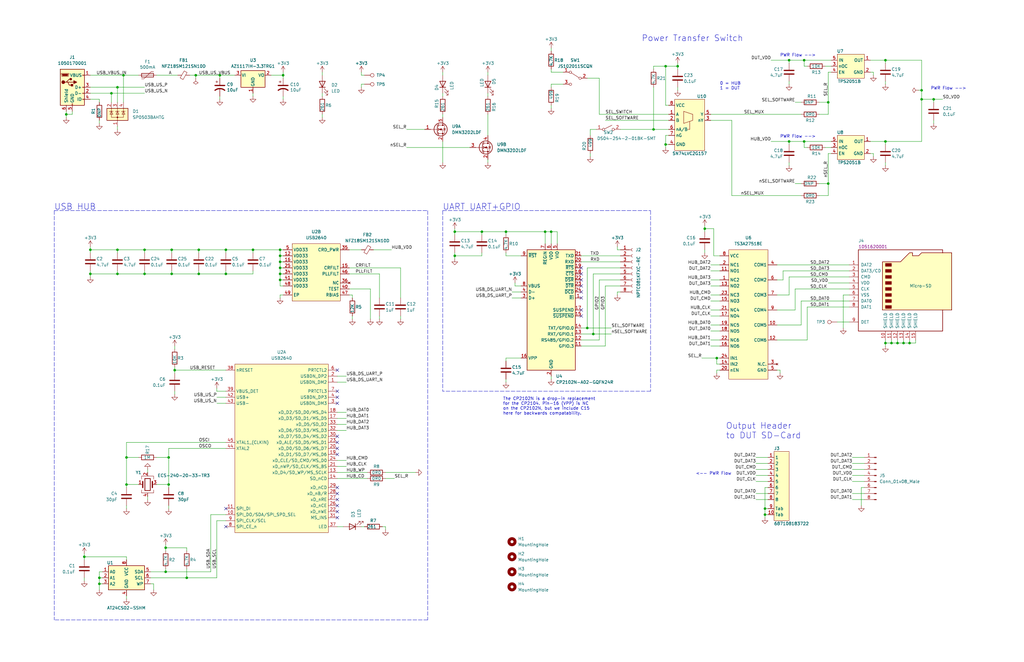
<source format=kicad_sch>
(kicad_sch (version 20211123) (generator eeschema)
  (paper "B")
  (junction (at 52.07 31.75))
  (junction (at 203.2 97.79))
  (junction (at 78.74 243.84))
  (junction (at 92.71 31.75))
  (junction (at 373.38 59.69))
  (junction (at 53.34 193.04))
  (junction (at 297.18 96.52))
  (junction (at 118.11 115.57))
  (junction (at 247.65 138.43))
  (junction (at 302.26 151.13))
  (junction (at 60.96 105.41))
  (junction (at 280.67 60.96))
  (junction (at 72.39 105.41))
  (junction (at 27.94 48.26))
  (junction (at 119.38 31.75))
  (junction (at 72.39 115.57))
  (junction (at 250.19 140.97))
  (junction (at 69.85 241.3))
  (junction (at 280.67 27.94))
  (junction (at 213.36 97.79))
  (junction (at 118.11 113.03))
  (junction (at 106.68 105.41))
  (junction (at 373.38 25.4))
  (junction (at 229.87 97.79))
  (junction (at 83.82 105.41))
  (junction (at 388.62 41.91))
  (junction (at 118.11 110.49))
  (junction (at 381 144.78))
  (junction (at 349.25 43.18))
  (junction (at 275.59 54.61))
  (junction (at 49.53 115.57))
  (junction (at 95.25 105.41))
  (junction (at 373.38 144.78))
  (junction (at 285.75 27.94))
  (junction (at 339.09 25.4))
  (junction (at 332.74 59.69))
  (junction (at 73.66 156.21))
  (junction (at 46.99 39.37))
  (junction (at 41.91 243.84))
  (junction (at 393.7 41.91))
  (junction (at 49.53 36.83))
  (junction (at 378.46 144.78))
  (junction (at 332.74 25.4))
  (junction (at 322.58 214.63))
  (junction (at 339.09 59.69))
  (junction (at 322.58 217.17))
  (junction (at 53.34 204.47))
  (junction (at 41.91 246.38))
  (junction (at 60.96 115.57))
  (junction (at 82.55 31.75))
  (junction (at 38.1 105.41))
  (junction (at 383.54 144.78))
  (junction (at 35.56 234.95))
  (junction (at 191.77 97.79))
  (junction (at 118.11 105.41))
  (junction (at 232.41 97.79))
  (junction (at 69.85 231.14))
  (junction (at 49.53 105.41))
  (junction (at 349.25 77.47))
  (junction (at 71.12 193.04))
  (junction (at 71.12 204.47))
  (junction (at 38.1 115.57))
  (junction (at 95.25 115.57))
  (junction (at 191.77 107.95))
  (junction (at 375.92 144.78))
  (junction (at 83.82 115.57))
  (junction (at 118.11 118.11))
  (junction (at 388.62 38.1))
  (junction (at 118.11 107.95))
  (no_connect (at 245.11 123.19))
  (no_connect (at 245.11 125.73))
  (no_connect (at 245.11 113.03))
  (no_connect (at 245.11 115.57))
  (no_connect (at 245.11 118.11))
  (no_connect (at 245.11 120.65))
  (no_connect (at 142.24 156.21))
  (no_connect (at 142.24 165.1))
  (no_connect (at 142.24 167.64))
  (no_connect (at 142.24 191.77))
  (no_connect (at 142.24 189.23))
  (no_connect (at 142.24 170.18))
  (no_connect (at 142.24 184.15))
  (no_connect (at 142.24 186.69))
  (no_connect (at 245.11 130.81))
  (no_connect (at 245.11 133.35))
  (no_connect (at 95.25 222.25))
  (no_connect (at 95.25 214.63))
  (no_connect (at 142.24 213.36))
  (no_connect (at 142.24 210.82))
  (no_connect (at 142.24 208.28))
  (no_connect (at 142.24 205.74))
  (no_connect (at 142.24 218.44))
  (no_connect (at 142.24 215.9))
  (wire (pts (xy 252.73 118.11) (xy 261.62 118.11)))
  (wire (pts (xy 327.66 111.76) (xy 358.14 111.76)))
  (wire (pts (xy 245.11 107.95) (xy 261.62 107.95)))
  (wire (pts (xy 229.87 97.79) (xy 232.41 97.79)))
  (wire (pts (xy 318.77 210.82) (xy 323.85 210.82)))
  (wire (pts (xy 299.72 124.46) (xy 303.53 124.46)))
  (wire (pts (xy 186.69 30.48) (xy 186.69 31.75)))
  (polyline (pts (xy 22.86 88.9) (xy 180.34 88.9)))
  (polyline (pts (xy 180.34 261.62) (xy 22.86 261.62)))
  (wire (pts (xy 83.82 114.3) (xy 83.82 115.57)))
  (wire (pts (xy 135.89 48.26) (xy 135.89 49.53)))
  (wire (pts (xy 142.24 201.93) (xy 154.94 201.93)))
  (wire (pts (xy 49.53 53.34) (xy 49.53 54.61)))
  (wire (pts (xy 38.1 31.75) (xy 52.07 31.75)))
  (wire (pts (xy 53.34 193.04) (xy 53.34 204.47)))
  (wire (pts (xy 43.18 241.3) (xy 41.91 241.3)))
  (wire (pts (xy 325.12 59.69) (xy 332.74 59.69)))
  (wire (pts (xy 381 144.78) (xy 383.54 144.78)))
  (wire (pts (xy 322.58 217.17) (xy 322.58 218.44)))
  (wire (pts (xy 245.11 138.43) (xy 247.65 138.43)))
  (wire (pts (xy 66.04 31.75) (xy 74.93 31.75)))
  (wire (pts (xy 82.55 31.75) (xy 82.55 33.02)))
  (wire (pts (xy 60.96 105.41) (xy 72.39 105.41)))
  (wire (pts (xy 69.85 240.03) (xy 69.85 241.3)))
  (wire (pts (xy 299.72 146.05) (xy 303.53 146.05)))
  (wire (pts (xy 191.77 97.79) (xy 191.77 99.06)))
  (wire (pts (xy 281.94 57.15) (xy 280.67 57.15)))
  (wire (pts (xy 92.71 31.75) (xy 99.06 31.75)))
  (wire (pts (xy 205.74 30.48) (xy 205.74 31.75)))
  (wire (pts (xy 35.56 234.95) (xy 53.34 234.95)))
  (wire (pts (xy 280.67 60.96) (xy 280.67 62.23)))
  (wire (pts (xy 162.56 201.93) (xy 166.37 201.93)))
  (wire (pts (xy 38.1 105.41) (xy 49.53 105.41)))
  (wire (pts (xy 69.85 241.3) (xy 88.9 241.3)))
  (wire (pts (xy 340.36 62.23) (xy 339.09 62.23)))
  (wire (pts (xy 350.52 30.48) (xy 349.25 30.48)))
  (wire (pts (xy 383.54 143.51) (xy 383.54 144.78)))
  (wire (pts (xy 232.41 97.79) (xy 232.41 102.87)))
  (wire (pts (xy 191.77 106.68) (xy 191.77 107.95)))
  (wire (pts (xy 275.59 27.94) (xy 275.59 29.21)))
  (wire (pts (xy 205.74 67.31) (xy 205.74 68.58)))
  (wire (pts (xy 308.61 82.55) (xy 337.82 82.55)))
  (wire (pts (xy 281.94 44.45) (xy 280.67 44.45)))
  (wire (pts (xy 373.38 34.29) (xy 373.38 35.56)))
  (wire (pts (xy 142.24 196.85) (xy 146.05 196.85)))
  (wire (pts (xy 318.77 203.2) (xy 323.85 203.2)))
  (wire (pts (xy 152.4 222.25) (xy 153.67 222.25)))
  (wire (pts (xy 106.68 105.41) (xy 118.11 105.41)))
  (wire (pts (xy 219.71 107.95) (xy 213.36 107.95)))
  (wire (pts (xy 359.41 193.04) (xy 364.49 193.04)))
  (wire (pts (xy 78.74 243.84) (xy 91.44 243.84)))
  (wire (pts (xy 114.3 31.75) (xy 119.38 31.75)))
  (wire (pts (xy 327.66 156.21) (xy 328.93 156.21)))
  (wire (pts (xy 299.72 111.76) (xy 303.53 111.76)))
  (wire (pts (xy 248.92 54.61) (xy 248.92 57.15)))
  (wire (pts (xy 38.1 114.3) (xy 38.1 115.57)))
  (wire (pts (xy 95.25 217.17) (xy 88.9 217.17)))
  (wire (pts (xy 119.38 31.75) (xy 119.38 33.02)))
  (wire (pts (xy 38.1 104.14) (xy 38.1 105.41)))
  (wire (pts (xy 72.39 114.3) (xy 72.39 115.57)))
  (wire (pts (xy 142.24 179.07) (xy 146.05 179.07)))
  (wire (pts (xy 261.62 54.61) (xy 275.59 54.61)))
  (wire (pts (xy 118.11 107.95) (xy 118.11 105.41)))
  (wire (pts (xy 160.02 115.57) (xy 160.02 125.73)))
  (wire (pts (xy 299.72 139.7) (xy 303.53 139.7)))
  (wire (pts (xy 359.41 195.58) (xy 364.49 195.58)))
  (wire (pts (xy 332.74 34.29) (xy 332.74 35.56)))
  (wire (pts (xy 285.75 26.67) (xy 285.75 27.94)))
  (wire (pts (xy 118.11 124.46) (xy 118.11 125.73)))
  (wire (pts (xy 373.38 143.51) (xy 373.38 144.78)))
  (wire (pts (xy 345.44 77.47) (xy 349.25 77.47)))
  (wire (pts (xy 345.44 82.55) (xy 349.25 82.55)))
  (wire (pts (xy 91.44 167.64) (xy 95.25 167.64)))
  (wire (pts (xy 186.69 59.69) (xy 186.69 68.58)))
  (wire (pts (xy 340.36 27.94) (xy 339.09 27.94)))
  (wire (pts (xy 118.11 118.11) (xy 118.11 115.57)))
  (wire (pts (xy 332.74 25.4) (xy 332.74 26.67)))
  (wire (pts (xy 299.72 48.26) (xy 337.82 48.26)))
  (wire (pts (xy 330.2 118.11) (xy 330.2 114.3)))
  (wire (pts (xy 299.72 133.35) (xy 303.53 133.35)))
  (wire (pts (xy 234.95 97.79) (xy 234.95 102.87)))
  (wire (pts (xy 250.19 115.57) (xy 261.62 115.57)))
  (wire (pts (xy 247.65 138.43) (xy 257.81 138.43)))
  (wire (pts (xy 119.38 120.65) (xy 118.11 120.65)))
  (wire (pts (xy 327.66 143.51) (xy 340.36 143.51)))
  (wire (pts (xy 118.11 113.03) (xy 119.38 113.03)))
  (wire (pts (xy 91.44 170.18) (xy 95.25 170.18)))
  (wire (pts (xy 335.28 43.18) (xy 337.82 43.18)))
  (wire (pts (xy 53.34 186.69) (xy 53.34 193.04)))
  (wire (pts (xy 232.41 97.79) (xy 234.95 97.79)))
  (wire (pts (xy 49.53 105.41) (xy 49.53 106.68)))
  (wire (pts (xy 41.91 246.38) (xy 41.91 248.92)))
  (wire (pts (xy 367.03 64.77) (xy 368.3 64.77)))
  (wire (pts (xy 118.11 118.11) (xy 119.38 118.11)))
  (wire (pts (xy 72.39 105.41) (xy 72.39 106.68)))
  (wire (pts (xy 318.77 195.58) (xy 323.85 195.58)))
  (wire (pts (xy 142.24 173.99) (xy 146.05 173.99)))
  (wire (pts (xy 91.44 219.71) (xy 91.44 243.84)))
  (wire (pts (xy 41.91 41.91) (xy 41.91 43.18)))
  (wire (pts (xy 245.11 110.49) (xy 261.62 110.49)))
  (wire (pts (xy 363.22 205.74) (xy 363.22 213.36)))
  (wire (pts (xy 52.07 31.75) (xy 58.42 31.75)))
  (wire (pts (xy 359.41 200.66) (xy 364.49 200.66)))
  (wire (pts (xy 368.3 30.48) (xy 368.3 31.75)))
  (wire (pts (xy 38.1 115.57) (xy 38.1 116.84)))
  (wire (pts (xy 203.2 107.95) (xy 203.2 106.68)))
  (wire (pts (xy 285.75 36.83) (xy 285.75 38.1)))
  (wire (pts (xy 95.25 115.57) (xy 106.68 115.57)))
  (wire (pts (xy 339.09 59.69) (xy 350.52 59.69)))
  (wire (pts (xy 215.9 125.73) (xy 219.71 125.73)))
  (wire (pts (xy 157.48 105.41) (xy 165.1 105.41)))
  (wire (pts (xy 142.24 199.39) (xy 154.94 199.39)))
  (wire (pts (xy 378.46 143.51) (xy 378.46 144.78)))
  (wire (pts (xy 83.82 105.41) (xy 83.82 106.68)))
  (wire (pts (xy 82.55 31.75) (xy 92.71 31.75)))
  (wire (pts (xy 280.67 60.96) (xy 281.94 60.96)))
  (wire (pts (xy 295.91 151.13) (xy 302.26 151.13)))
  (wire (pts (xy 71.12 193.04) (xy 71.12 189.23)))
  (wire (pts (xy 91.44 165.1) (xy 91.44 163.83)))
  (wire (pts (xy 156.21 121.92) (xy 156.21 134.62)))
  (wire (pts (xy 88.9 217.17) (xy 88.9 241.3)))
  (wire (pts (xy 118.11 107.95) (xy 119.38 107.95)))
  (wire (pts (xy 359.41 208.28) (xy 364.49 208.28)))
  (wire (pts (xy 368.3 64.77) (xy 368.3 66.04)))
  (wire (pts (xy 251.46 54.61) (xy 248.92 54.61)))
  (wire (pts (xy 171.45 54.61) (xy 179.07 54.61)))
  (wire (pts (xy 162.56 199.39) (xy 175.26 199.39)))
  (wire (pts (xy 373.38 59.69) (xy 373.38 60.96)))
  (wire (pts (xy 35.56 233.68) (xy 35.56 234.95)))
  (wire (pts (xy 63.5 241.3) (xy 69.85 241.3)))
  (wire (pts (xy 337.82 127) (xy 358.14 127)))
  (wire (pts (xy 367.03 59.69) (xy 373.38 59.69)))
  (wire (pts (xy 327.66 124.46) (xy 332.74 124.46)))
  (wire (pts (xy 327.66 130.81) (xy 335.28 130.81)))
  (wire (pts (xy 66.04 204.47) (xy 71.12 204.47)))
  (wire (pts (xy 318.77 200.66) (xy 323.85 200.66)))
  (wire (pts (xy 247.65 138.43) (xy 247.65 113.03)))
  (wire (pts (xy 373.38 25.4) (xy 373.38 26.67)))
  (wire (pts (xy 71.12 193.04) (xy 71.12 204.47)))
  (wire (pts (xy 168.91 133.35) (xy 168.91 134.62)))
  (wire (pts (xy 217.17 119.38) (xy 217.17 120.65)))
  (wire (pts (xy 297.18 95.25) (xy 297.18 96.52)))
  (wire (pts (xy 171.45 62.23) (xy 198.12 62.23)))
  (wire (pts (xy 83.82 115.57) (xy 95.25 115.57)))
  (wire (pts (xy 203.2 97.79) (xy 203.2 99.06)))
  (wire (pts (xy 118.11 113.03) (xy 118.11 110.49)))
  (wire (pts (xy 232.41 30.48) (xy 232.41 29.21)))
  (wire (pts (xy 53.34 204.47) (xy 53.34 205.74)))
  (wire (pts (xy 337.82 137.16) (xy 337.82 127)))
  (wire (pts (xy 49.53 114.3) (xy 49.53 115.57)))
  (wire (pts (xy 303.53 153.67) (xy 302.26 153.67)))
  (wire (pts (xy 118.11 115.57) (xy 119.38 115.57)))
  (polyline (pts (xy 186.69 88.9) (xy 274.32 88.9)))
  (wire (pts (xy 71.12 204.47) (xy 71.12 205.74)))
  (wire (pts (xy 299.72 137.16) (xy 303.53 137.16)))
  (wire (pts (xy 250.19 140.97) (xy 257.81 140.97)))
  (wire (pts (xy 106.68 105.41) (xy 106.68 106.68)))
  (wire (pts (xy 229.87 97.79) (xy 229.87 102.87)))
  (wire (pts (xy 71.12 189.23) (xy 95.25 189.23)))
  (wire (pts (xy 323.85 205.74) (xy 322.58 205.74)))
  (wire (pts (xy 92.71 31.75) (xy 92.71 33.02)))
  (wire (pts (xy 367.03 30.48) (xy 368.3 30.48)))
  (wire (pts (xy 73.66 146.05) (xy 73.66 147.32)))
  (wire (pts (xy 359.41 198.12) (xy 364.49 198.12)))
  (wire (pts (xy 62.23 209.55) (xy 62.23 210.82)))
  (wire (pts (xy 142.24 222.25) (xy 144.78 222.25)))
  (wire (pts (xy 255.27 120.65) (xy 261.62 120.65)))
  (wire (pts (xy 205.74 48.26) (xy 205.74 57.15)))
  (wire (pts (xy 38.1 36.83) (xy 49.53 36.83)))
  (wire (pts (xy 245.11 140.97) (xy 250.19 140.97)))
  (wire (pts (xy 46.99 39.37) (xy 60.96 39.37)))
  (wire (pts (xy 95.25 105.41) (xy 106.68 105.41)))
  (wire (pts (xy 349.25 119.38) (xy 358.14 119.38)))
  (wire (pts (xy 340.36 143.51) (xy 340.36 129.54)))
  (wire (pts (xy 66.04 193.04) (xy 71.12 193.04)))
  (wire (pts (xy 73.66 156.21) (xy 95.25 156.21)))
  (wire (pts (xy 38.1 115.57) (xy 49.53 115.57)))
  (wire (pts (xy 339.09 62.23) (xy 339.09 59.69)))
  (wire (pts (xy 252.73 33.02) (xy 247.65 33.02)))
  (wire (pts (xy 49.53 36.83) (xy 60.96 36.83)))
  (wire (pts (xy 191.77 96.52) (xy 191.77 97.79)))
  (wire (pts (xy 250.19 140.97) (xy 250.19 115.57)))
  (wire (pts (xy 328.93 156.21) (xy 328.93 157.48)))
  (wire (pts (xy 285.75 27.94) (xy 285.75 29.21)))
  (wire (pts (xy 95.25 105.41) (xy 95.25 106.68)))
  (wire (pts (xy 49.53 36.83) (xy 49.53 43.18)))
  (wire (pts (xy 53.34 234.95) (xy 53.34 236.22)))
  (wire (pts (xy 106.68 115.57) (xy 106.68 114.3)))
  (wire (pts (xy 322.58 205.74) (xy 322.58 214.63)))
  (wire (pts (xy 62.23 198.12) (xy 62.23 199.39)))
  (wire (pts (xy 63.5 243.84) (xy 78.74 243.84)))
  (wire (pts (xy 381 143.51) (xy 381 144.78)))
  (wire (pts (xy 247.65 113.03) (xy 261.62 113.03)))
  (wire (pts (xy 335.28 77.47) (xy 337.82 77.47)))
  (wire (pts (xy 27.94 48.26) (xy 30.48 48.26)))
  (wire (pts (xy 152.4 30.48) (xy 152.4 31.75)))
  (wire (pts (xy 359.41 210.82) (xy 364.49 210.82)))
  (wire (pts (xy 255.27 146.05) (xy 255.27 120.65)))
  (wire (pts (xy 69.85 229.87) (xy 69.85 231.14)))
  (wire (pts (xy 71.12 213.36) (xy 71.12 214.63)))
  (wire (pts (xy 92.71 40.64) (xy 92.71 41.91)))
  (wire (pts (xy 280.67 57.15) (xy 280.67 60.96)))
  (wire (pts (xy 95.25 165.1) (xy 91.44 165.1)))
  (wire (pts (xy 205.74 39.37) (xy 205.74 40.64)))
  (wire (pts (xy 330.2 114.3) (xy 358.14 114.3)))
  (wire (pts (xy 373.38 144.78) (xy 375.92 144.78)))
  (wire (pts (xy 388.62 38.1) (xy 388.62 41.91)))
  (wire (pts (xy 147.32 105.41) (xy 152.4 105.41)))
  (wire (pts (xy 232.41 35.56) (xy 232.41 36.83)))
  (wire (pts (xy 72.39 105.41) (xy 83.82 105.41)))
  (wire (pts (xy 386.08 144.78) (xy 386.08 143.51)))
  (wire (pts (xy 147.32 115.57) (xy 160.02 115.57)))
  (wire (pts (xy 69.85 231.14) (xy 78.74 231.14)))
  (wire (pts (xy 297.18 105.41) (xy 297.18 106.68)))
  (wire (pts (xy 191.77 107.95) (xy 191.77 109.22)))
  (wire (pts (xy 260.35 105.41) (xy 261.62 105.41)))
  (wire (pts (xy 69.85 231.14) (xy 69.85 232.41)))
  (wire (pts (xy 118.11 115.57) (xy 118.11 113.03)))
  (wire (pts (xy 322.58 214.63) (xy 322.58 217.17)))
  (wire (pts (xy 83.82 105.41) (xy 95.25 105.41)))
  (wire (pts (xy 147.32 124.46) (xy 148.59 124.46)))
  (wire (pts (xy 388.62 41.91) (xy 388.62 59.69)))
  (wire (pts (xy 281.94 48.26) (xy 252.73 48.26)))
  (wire (pts (xy 232.41 158.75) (xy 232.41 160.02)))
  (wire (pts (xy 297.18 96.52) (xy 297.18 97.79)))
  (wire (pts (xy 308.61 50.8) (xy 308.61 82.55)))
  (wire (pts (xy 162.56 222.25) (xy 162.56 223.52)))
  (wire (pts (xy 373.38 25.4) (xy 388.62 25.4)))
  (wire (pts (xy 213.36 160.02) (xy 213.36 161.29)))
  (wire (pts (xy 52.07 31.75) (xy 52.07 43.18)))
  (wire (pts (xy 106.68 39.37) (xy 106.68 40.64)))
  (wire (pts (xy 388.62 59.69) (xy 373.38 59.69)))
  (wire (pts (xy 232.41 20.32) (xy 232.41 21.59)))
  (wire (pts (xy 275.59 36.83) (xy 275.59 54.61)))
  (wire (pts (xy 60.96 105.41) (xy 60.96 106.68)))
  (wire (pts (xy 347.98 62.23) (xy 350.52 62.23)))
  (wire (pts (xy 148.59 133.35) (xy 148.59 134.62)))
  (wire (pts (xy 359.41 203.2) (xy 364.49 203.2)))
  (wire (pts (xy 232.41 44.45) (xy 232.41 45.72)))
  (wire (pts (xy 339.09 25.4) (xy 350.52 25.4)))
  (wire (pts (xy 299.72 143.51) (xy 303.53 143.51)))
  (wire (pts (xy 280.67 27.94) (xy 285.75 27.94)))
  (wire (pts (xy 252.73 143.51) (xy 252.73 118.11)))
  (wire (pts (xy 393.7 50.8) (xy 393.7 52.07)))
  (wire (pts (xy 142.24 194.31) (xy 146.05 194.31)))
  (wire (pts (xy 345.44 48.26) (xy 349.25 48.26)))
  (wire (pts (xy 350.52 64.77) (xy 349.25 64.77)))
  (wire (pts (xy 142.24 176.53) (xy 146.05 176.53)))
  (wire (pts (xy 332.74 25.4) (xy 339.09 25.4)))
  (wire (pts (xy 213.36 97.79) (xy 213.36 99.06)))
  (wire (pts (xy 60.96 114.3) (xy 60.96 115.57)))
  (wire (pts (xy 327.66 118.11) (xy 330.2 118.11)))
  (wire (pts (xy 161.29 222.25) (xy 162.56 222.25)))
  (wire (pts (xy 95.25 186.69) (xy 53.34 186.69)))
  (wire (pts (xy 375.92 144.78) (xy 378.46 144.78)))
  (wire (pts (xy 78.74 240.03) (xy 78.74 243.84)))
  (wire (pts (xy 255.27 50.8) (xy 281.94 50.8)))
  (wire (pts (xy 299.72 127) (xy 303.53 127)))
  (wire (pts (xy 300.99 96.52) (xy 300.99 107.95)))
  (wire (pts (xy 349.25 77.47) (xy 349.25 82.55)))
  (wire (pts (xy 203.2 97.79) (xy 213.36 97.79)))
  (wire (pts (xy 191.77 97.79) (xy 203.2 97.79)))
  (wire (pts (xy 73.66 165.1) (xy 73.66 166.37)))
  (wire (pts (xy 332.74 68.58) (xy 332.74 69.85)))
  (wire (pts (xy 297.18 96.52) (xy 300.99 96.52)))
  (wire (pts (xy 38.1 106.68) (xy 38.1 105.41)))
  (wire (pts (xy 95.25 219.71) (xy 91.44 219.71)))
  (wire (pts (xy 119.38 30.48) (xy 119.38 31.75)))
  (wire (pts (xy 358.14 124.46) (xy 355.6 124.46)))
  (wire (pts (xy 318.77 193.04) (xy 323.85 193.04)))
  (wire (pts (xy 393.7 41.91) (xy 393.7 43.18)))
  (wire (pts (xy 300.99 107.95) (xy 303.53 107.95)))
  (wire (pts (xy 27.94 48.26) (xy 27.94 49.53)))
  (wire (pts (xy 160.02 133.35) (xy 160.02 134.62)))
  (wire (pts (xy 53.34 251.46) (xy 53.34 252.73)))
  (polyline (pts (xy 186.69 88.9) (xy 186.69 165.1)))
  (wire (pts (xy 237.49 35.56) (xy 232.41 35.56)))
  (wire (pts (xy 367.03 25.4) (xy 373.38 25.4)))
  (wire (pts (xy 332.74 59.69) (xy 339.09 59.69)))
  (wire (pts (xy 73.66 154.94) (xy 73.66 156.21)))
  (wire (pts (xy 261.62 123.19) (xy 260.35 123.19)))
  (wire (pts (xy 63.5 246.38) (xy 64.77 246.38)))
  (polyline (pts (xy 274.32 88.9) (xy 274.32 165.1)))
  (wire (pts (xy 213.36 151.13) (xy 213.36 152.4)))
  (wire (pts (xy 383.54 144.78) (xy 386.08 144.78)))
  (wire (pts (xy 335.28 130.81) (xy 335.28 121.92)))
  (wire (pts (xy 345.44 43.18) (xy 349.25 43.18)))
  (wire (pts (xy 168.91 113.03) (xy 168.91 125.73)))
  (wire (pts (xy 53.34 193.04) (xy 58.42 193.04)))
  (wire (pts (xy 38.1 41.91) (xy 41.91 41.91)))
  (wire (pts (xy 237.49 30.48) (xy 232.41 30.48)))
  (wire (pts (xy 152.4 35.56) (xy 152.4 36.83)))
  (wire (pts (xy 41.91 243.84) (xy 43.18 243.84)))
  (wire (pts (xy 60.96 115.57) (xy 72.39 115.57)))
  (wire (pts (xy 80.01 31.75) (xy 82.55 31.75)))
  (wire (pts (xy 142.24 181.61) (xy 146.05 181.61)))
  (wire (pts (xy 213.36 97.79) (xy 229.87 97.79)))
  (wire (pts (xy 46.99 39.37) (xy 46.99 43.18)))
  (wire (pts (xy 73.66 156.21) (xy 73.66 157.48)))
  (wire (pts (xy 252.73 48.26) (xy 252.73 33.02)))
  (wire (pts (xy 303.53 156.21) (xy 302.26 156.21)))
  (wire (pts (xy 378.46 144.78) (xy 381 144.78)))
  (wire (pts (xy 41.91 246.38) (xy 43.18 246.38)))
  (wire (pts (xy 142.24 161.29) (xy 146.05 161.29)))
  (wire (pts (xy 340.36 129.54) (xy 358.14 129.54)))
  (wire (pts (xy 72.39 115.57) (xy 83.82 115.57)))
  (wire (pts (xy 280.67 44.45) (xy 280.67 27.94)))
  (wire (pts (xy 41.91 243.84) (xy 41.91 246.38)))
  (wire (pts (xy 332.74 116.84) (xy 358.14 116.84)))
  (wire (pts (xy 349.25 30.48) (xy 349.25 43.18)))
  (wire (pts (xy 322.58 217.17) (xy 323.85 217.17)))
  (wire (pts (xy 349.25 43.18) (xy 349.25 48.26)))
  (wire (pts (xy 260.35 104.14) (xy 260.35 105.41)))
  (wire (pts (xy 186.69 39.37) (xy 186.69 40.64)))
  (wire (pts (xy 53.34 213.36) (xy 53.34 214.63)))
  (wire (pts (xy 388.62 41.91) (xy 393.7 41.91)))
  (wire (pts (xy 332.74 59.69) (xy 332.74 60.96)))
  (wire (pts (xy 339.09 27.94) (xy 339.09 25.4)))
  (wire (pts (xy 387.35 38.1) (xy 388.62 38.1)))
  (wire (pts (xy 53.34 204.47) (xy 58.42 204.47)))
  (wire (pts (xy 318.77 208.28) (xy 323.85 208.28)))
  (wire (pts (xy 142.24 158.75) (xy 146.05 158.75)))
  (wire (pts (xy 147.32 113.03) (xy 168.91 113.03)))
  (wire (pts (xy 186.69 48.26) (xy 186.69 49.53)))
  (wire (pts (xy 248.92 64.77) (xy 248.92 66.04)))
  (polyline (pts (xy 180.34 88.9) (xy 180.34 261.62)))
  (wire (pts (xy 217.17 120.65) (xy 219.71 120.65)))
  (wire (pts (xy 118.11 110.49) (xy 119.38 110.49)))
  (wire (pts (xy 41.91 50.8) (xy 41.91 52.07)))
  (wire (pts (xy 213.36 107.95) (xy 213.36 106.68)))
  (wire (pts (xy 191.77 107.95) (xy 203.2 107.95)))
  (wire (pts (xy 318.77 198.12) (xy 323.85 198.12)))
  (wire (pts (xy 332.74 124.46) (xy 332.74 116.84)))
  (wire (pts (xy 302.26 151.13) (xy 303.53 151.13)))
  (wire (pts (xy 373.38 144.78) (xy 373.38 146.05)))
  (wire (pts (xy 147.32 121.92) (xy 156.21 121.92)))
  (wire (pts (xy 323.85 214.63) (xy 322.58 214.63)))
  (wire (pts (xy 118.11 105.41) (xy 119.38 105.41)))
  (wire (pts (xy 118.11 120.65) (xy 118.11 118.11)))
  (wire (pts (xy 135.89 30.48) (xy 135.89 31.75)))
  (wire (pts (xy 35.56 243.84) (xy 35.56 245.11)))
  (polyline (pts (xy 22.86 88.9) (xy 22.86 261.62)))
  (wire (pts (xy 299.72 130.81) (xy 303.53 130.81)))
  (wire (pts (xy 219.71 151.13) (xy 213.36 151.13)))
  (wire (pts (xy 119.38 124.46) (xy 118.11 124.46)))
  (wire (pts (xy 135.89 39.37) (xy 135.89 40.64)))
  (wire (pts (xy 353.06 135.89) (xy 358.14 135.89)))
  (wire (pts (xy 299.72 114.3) (xy 303.53 114.3)))
  (wire (pts (xy 275.59 54.61) (xy 281.94 54.61)))
  (wire (pts (xy 280.67 27.94) (xy 275.59 27.94)))
  (wire (pts (xy 349.25 64.77) (xy 349.25 77.47)))
  (wire (pts (xy 245.11 143.51) (xy 252.73 143.51)))
  (wire (pts (xy 119.38 40.64) (xy 119.38 41.91)))
  (wire (pts (xy 49.53 115.57) (xy 60.96 115.57)))
  (wire (pts (xy 260.35 123.19) (xy 260.35 124.46)))
  (wire (pts (xy 355.6 124.46) (xy 355.6 138.43)))
  (wire (pts (xy 335.28 121.92) (xy 358.14 121.92)))
  (wire (pts (xy 27.94 46.99) (xy 27.94 48.26)))
  (wire (pts (xy 325.12 25.4) (xy 332.74 25.4)))
  (wire (pts (xy 153.67 35.56) (xy 152.4 35.56)))
  (wire (pts (xy 49.53 105.41) (xy 60.96 105.41)))
  (wire (pts (xy 373.38 68.58) (xy 373.38 69.85)))
  (wire (pts (xy 30.48 46.99) (xy 30.48 48.26)))
  (wire (pts (xy 95.25 114.3) (xy 95.25 115.57)))
  (wire (pts (xy 35.56 234.95) (xy 35.56 236.22)))
  (wire (pts (xy 299.72 118.11) (xy 303.53 118.11)))
  (wire (pts (xy 364.49 205.74) (xy 363.22 205.74)))
  (wire (pts (xy 299.72 120.65) (xy 303.53 120.65)))
  (polyline (pts (xy 274.32 165.1) (xy 186.69 165.1)))
  (wire (pts (xy 347.98 27.94) (xy 350.52 27.94)))
  (wire (pts (xy 388.62 25.4) (xy 388.62 38.1)))
  (wire (pts (xy 302.26 153.67) (xy 302.26 151.13)))
  (wire (pts (xy 148.59 124.46) (xy 148.59 125.73)))
  (wire (pts (xy 38.1 39.37) (xy 46.99 39.37)))
  (wire (pts (xy 78.74 231.14) (xy 78.74 232.41)))
  (wire (pts (xy 215.9 123.19) (xy 219.71 123.19)))
  (wire (pts (xy 152.4 31.75) (xy 153.67 31.75)))
  (wire (pts (xy 41.91 241.3) (xy 41.91 243.84)))
  (wire (pts (xy 245.11 146.05) (xy 255.27 146.05)))
  (wire (pts (xy 327.66 137.16) (xy 337.82 137.16)))
  (wire (pts (xy 302.26 156.21) (xy 302.26 157.48)))
  (wire (pts (xy 118.11 110.49) (xy 118.11 107.95)))
  (wire (pts (xy 375.92 143.51) (xy 375.92 144.78)))
  (wire (pts (xy 393.7 41.91) (xy 397.51 41.91)))
  (wire (pts (xy 64.77 246.38) (xy 64.77 248.92)))
  (wire (pts (xy 299.72 50.8) (xy 308.61 50.8)))
  (text "The CP2102N is a drop-in replacement\nfor the CP2104. Pin-16 (VPP) is NC\non the CP2102N, but we include C15\nhere for backwards compatability." (at 212.09 175.26 0) (effects (font (size 1.27 1.27)) (justify left bottom)))
  (text "Power Transfer Switch" (at 270.51 17.78 0) (effects (font (size 2.54 2.54)) (justify left bottom)))
  (text "0 = HUB\n1 = DUT" (at 303.53 38.1 0) (effects (font (size 1.27 1.27)) (justify left bottom)))
  (text "<-- PWR Flow" (at 293.37 200.66 0) (effects (font (size 1.27 1.27)) (justify left bottom)))
  (text "PWR Flow -->" (at 328.93 58.42 0) (effects (font (size 1.27 1.27)) (justify left bottom)))
  (text "Output Header \nto DUT SD-Card" (at 306.07 185.42 0) (effects (font (size 2.54 2.54)) (justify left bottom)))
  (text "PWR Flow -->" (at 328.93 24.13 0) (effects (font (size 1.27 1.27)) (justify left bottom)))
  (text "USB HUB" (at 22.86 88.9 0) (effects (font (size 2.54 2.54)) (justify left bottom)))
  (text "UART UART+GPIO" (at 186.69 88.9 0) (effects (font (size 2.54 2.54)) (justify left bottom)))
  (text "PWR Flow -->" (at 392.43 38.1 0) (effects (font (size 1.27 1.27)) (justify left bottom)))
  (label "HUB_DAT0" (at 299.72 137.16 180))
  (label "USB_RESET" (at 80.01 156.21 0))
  (label "DUT_DAT3" (at 299.72 120.65 180))
  (label "DUT_CMD" (at 359.41 198.12 180))
  (label "DUT_DAT2" (at 318.77 193.04 180))
  (label "PLLFILT" (at 149.86 115.57 0))
  (label "SEL_R" (at 171.45 54.61 180))
  (label "USB_US_N" (at 60.96 39.37 0))
  (label "DUT_DAT3" (at 318.77 195.58 180))
  (label "HUB_VDD" (at 325.12 59.69 180))
  (label "USB_DS_UART_N" (at 146.05 161.29 0))
  (label "USB_VBUS_IN" (at 40.64 31.75 0))
  (label "SEL_SWITCH" (at 255.27 48.26 0))
  (label "DUT_DAT0" (at 318.77 208.28 180))
  (label "SEL_R" (at 295.91 151.13 180))
  (label "DUT_CLK" (at 318.77 203.2 180))
  (label "nSEL_R" (at 349.25 74.93 90))
  (label "USB_DS_UART_N" (at 215.9 123.19 180))
  (label "SD_DAT1" (at 341.63 129.54 0))
  (label "DUT_CMD" (at 299.72 127 180))
  (label "SD_DAT2" (at 341.63 111.76 0))
  (label "HUB_CMD" (at 146.05 194.31 0))
  (label "SEL_R" (at 166.37 201.93 0))
  (label "USB_US_P" (at 60.96 36.83 0))
  (label "CRFILT" (at 149.86 113.03 0))
  (label "DUT_DAT3" (at 359.41 195.58 180))
  (label "HUB_DAT3" (at 146.05 181.61 0))
  (label "USB_DS_UART_P" (at 146.05 158.75 0))
  (label "SD_CMD" (at 341.63 116.84 0))
  (label "USB_US_VBUS" (at 83.82 31.75 0))
  (label "DUT_DAT1" (at 318.77 210.82 180))
  (label "USB_US_N" (at 91.44 170.18 180))
  (label "DUT_CMD" (at 318.77 198.12 180))
  (label "A" (at 71.12 31.75 0))
  (label "DUT_DAT0" (at 359.41 208.28 180))
  (label "nSEL_MUX" (at 312.42 82.55 0))
  (label "DUT_VDD" (at 325.12 25.4 180))
  (label "HUB_CMD" (at 299.72 124.46 180))
  (label "SD_DAT0" (at 341.63 127 0))
  (label "HUB_DAT1" (at 146.05 176.53 0))
  (label "SD_VDD" (at 349.25 119.38 180))
  (label "SD_CLK" (at 341.63 121.92 0))
  (label "SEL_MUX" (at 313.69 48.26 0))
  (label "DUT_DAT0" (at 299.72 139.7 180))
  (label "GPIO2" (at 252.73 130.81 90))
  (label "SD_DAT3" (at 341.63 114.3 0))
  (label "SEL_SOFTWARE" (at 255.27 50.8 0))
  (label "OSCO" (at 83.82 189.23 0))
  (label "USB_US_P" (at 91.44 167.64 180))
  (label "SEL_SOFTWARE" (at 335.28 43.18 180))
  (label "DUT_CLK" (at 299.72 133.35 180))
  (label "DUT_DAT2" (at 359.41 193.04 180))
  (label "SD_VDD" (at 397.51 41.91 0))
  (label "TXD" (at 248.92 107.95 0))
  (label "HUB_DAT1" (at 299.72 143.51 180))
  (label "HUB_DAT3" (at 299.72 118.11 180))
  (label "HUB_WP" (at 146.05 199.39 0))
  (label "DUT_VDD" (at 318.77 200.66 180))
  (label "HUB_DAT2" (at 146.05 179.07 0))
  (label "DUT_DAT1" (at 299.72 146.05 180))
  (label "DUT_VDD" (at 359.41 200.66 180))
  (label "RXD" (at 248.92 110.49 0))
  (label "HUB_VDD" (at 165.1 105.41 0))
  (label "DUT_DAT2" (at 299.72 114.3 180))
  (label "DUT_DAT1" (at 359.41 210.82 180))
  (label "GPIO3" (at 255.27 130.81 90))
  (label "SEL_R" (at 349.25 40.64 90))
  (label "HUB_CD" (at 146.05 201.93 0))
  (label "DUT_CLK" (at 359.41 203.2 180))
  (label "HUB_CLK" (at 299.72 130.81 180))
  (label "USB_DS_UART_P" (at 215.9 125.73 180))
  (label "USB_SCL" (at 91.44 240.03 90))
  (label "HUB_DAT0" (at 146.05 173.99 0))
  (label "nSEL_SOFTWARE" (at 335.28 77.47 180))
  (label "HUB_CLK" (at 146.05 196.85 0))
  (label "nSEL_SOFTWARE" (at 257.81 140.97 0))
  (label "SEL_SOFTWARE" (at 257.81 138.43 0))
  (label "nSEL_R" (at 171.45 62.23 180))
  (label "USB_SDA" (at 88.9 240.03 90))
  (label "OSCI" (at 83.82 186.69 0))
  (label "HUB_DAT2" (at 299.72 111.76 180))
  (symbol (lib_id "power:GND") (at 232.41 45.72 0) (unit 1)
    (property "Reference" "#PWR041" (effects hide))
    (property "Value" "GND" (effects hide))
  )
  (symbol (lib_id "power:GND") (at 328.93 157.48 0) (unit 1)
    (property "Reference" "#PWR048" (effects hide))
    (property "Value" "GND" (effects hide))
  )
  (symbol (lib_id "Device:R") (at 232.41 25.4 0) (unit 1)
    (property "Reference" "R18" (at 233.68 25.4 0) (effects (justify left)))
    (property "Value" "4.7K" (at 232.41 27.94 90) (effects (justify left)))
    (property "Footprint" "Resistor_SMD:R_0603_1608Metric" (effects hide))
  )
  (symbol (lib_id "power:GND") (at 232.41 160.02 0) (unit 1)
    (property "Reference" "#PWR036" (effects hide))
    (property "Value" "GND" (effects hide))
  )
  (symbol (lib_id "Mechanical:MountingHole") (at 215.9 241.3 0) (unit 1)
    (property "Reference" "H3" (at 218.44 240.0299 0) (effects (justify left)))
    (property "Value" "MountingHole" (at 218.44 242.5699 0) (effects (justify left)))
    (property "Footprint" "MountingHole:MountingHole_3.2mm_M3" (effects hide))
  )
  (symbol (lib_id "Device:C") (at 60.96 110.49 0) (mirror y) (unit 1)
    (property "Reference" "C24" (at 63.5 109.22 0) (effects (justify right)))
    (property "Value" "0.1uF" (at 63.5 111.76 0) (effects (justify right)))
    (property "Footprint" "Capacitor_SMD:C_0603_1608Metric" (effects hide))
  )
  (symbol (lib_id "power:GND") (at 248.92 66.04 0) (unit 1)
    (property "Reference" "#PWR042" (effects hide))
    (property "Value" "GND" (effects hide))
  )
  (symbol (lib_id "Device:C") (at 72.39 110.49 0) (mirror y) (unit 1)
    (property "Reference" "C25" (at 74.93 109.22 0) (effects (justify right)))
    (property "Value" "0.1uF" (at 74.93 111.76 0) (effects (justify right)))
    (property "Footprint" "Capacitor_SMD:C_0603_1608Metric" (effects hide))
  )
  (symbol (lib_id "Device:C") (at 213.36 156.21 0) (mirror y) (unit 1)
    (property "Reference" "C15" (at 215.9 154.94 0) (effects (justify right)))
    (property "Value" "4.7uF" (at 215.9 157.48 0) (effects (justify right)))
    (property "Footprint" "Capacitor_SMD:C_0603_1608Metric" (effects hide))
  )
  (symbol (lib_id "Device:LED") (at 205.74 35.56 90) (unit 1)
    (property "Reference" "D5" (at 208.28 33.02 0) (effects (justify right)))
    (property "Value" "LED" (at 203.2 33.02 0) (effects (justify right)))
    (property "Footprint" "sd-card-mux:LED_1206_3216Metric_Castellated" (effects hide))
  )
  (symbol (lib_id "Switch:SW_SPST") (at 256.54 54.61 0) (unit 1)
    (property "Reference" "SW2" (at 256.54 55.88 0))
    (property "Value" "DS04-254-2-01BK-SMT" (at 264.16 58.42 0))
    (property "Footprint" "sd-card-mux:CUI_DEVICES_DS04-254-2-01BK-SMT" (effects hide))
    (property "Datasheet" "https://www.cuidevices.com/product/resource/ds04-254-smt.pdf" (effects hide))
    (property "PartNumber" "DS04-254-2-01BK-SMT" (effects hide))
    (property "Manufacturer" "CUI Devices" (effects hide))
    (property "Supplier" "Digi-Key" (effects hide))
    (property "SupplierPartNumber" "2223-DS04-254-2-01BK-SMT-ND" (effects hide))
  )
  (symbol (lib_id "power:GND") (at 71.12 214.63 0) (unit 1)
    (property "Reference" "#PWR017" (effects hide))
    (property "Value" "GND" (effects hide))
  )
  (symbol (lib_id "sd-card-mux:USB2640") (at 99.06 153.67 0) (unit 1)
    (property "Reference" "U2" (at 118.745 148.59 0))
    (property "Value" "USB2640" (at 118.745 151.13 0))
    (property "Footprint" "sd-card-mux:VQFN-48" (effects hide))
    (property "Datasheet" "https://ww1.microchip.com/downloads/en/DeviceDoc/USB2640-USB2641-Data-Sheet-DS00001947C.pdf" (effects hide))
    (property "PartNumber" "USB2640-HZH-02" (effects hide))
    (property "Manufacturer" "Microchip Technology" (effects hide))
    (property "Supplier" "Digi-Key" (effects hide))
    (property "SupplierPartNumber" "USB2640-HZH-02-ND" (effects hide))
  )
  (symbol (lib_id "power:GND") (at 205.74 68.58 0) (unit 1)
    (property "Reference" "#PWR064" (effects hide))
    (property "Value" "GND" (effects hide))
  )
  (symbol (lib_id "Device:R") (at 341.63 43.18 90) (mirror x) (unit 1)
    (property "Reference" "R11" (at 340.36 40.64 90) (effects (justify right)))
    (property "Value" "DNP" (at 339.09 43.18 90) (effects (justify right)))
    (property "Footprint" "Resistor_SMD:R_0603_1608Metric" (effects hide))
  )
  (symbol (lib_id "power:GND") (at 41.91 52.07 0) (unit 1)
    (property "Reference" "#PWR04" (effects hide))
    (property "Value" "GND" (effects hide))
  )
  (symbol (lib_id "power:GND") (at 191.77 109.22 0) (unit 1)
    (property "Reference" "#PWR033" (effects hide))
    (property "Value" "GND" (effects hide))
  )
  (symbol (lib_id "Device:R") (at 69.85 236.22 0) (unit 1)
    (property "Reference" "R2" (at 71.12 236.22 0) (effects (justify left)))
    (property "Value" "4.7K" (at 69.85 238.76 90) (effects (justify left)))
    (property "Footprint" "Resistor_SMD:R_0603_1608Metric" (effects hide))
  )
  (symbol (lib_id "Mechanical:MountingHole") (at 215.9 228.6 0) (unit 1)
    (property "Reference" "H1" (at 218.44 227.3299 0) (effects (justify left)))
    (property "Value" "MountingHole" (at 218.44 229.8699 0) (effects (justify left)))
    (property "Footprint" "MountingHole:MountingHole_3.2mm_M3" (effects hide))
  )
  (symbol (lib_id "Device:R") (at 341.63 82.55 90) (unit 1)
    (property "Reference" "R23" (at 341.63 85.09 90))
    (property "Value" "0R0" (at 341.63 82.55 90))
    (property "Footprint" "Resistor_SMD:R_0603_1608Metric" (effects hide))
  )
  (symbol (lib_id "power:GND") (at 106.68 40.64 0) (unit 1)
    (property "Reference" "#PWR021" (effects hide))
    (property "Value" "GND" (effects hide))
  )
  (symbol (lib_id "power:GND") (at 363.22 213.36 0) (unit 1)
    (property "Reference" "#PWR038" (effects hide))
    (property "Value" "GND" (effects hide))
  )
  (symbol (lib_id "power:+3V3") (at 119.38 30.48 0) (unit 1)
    (property "Reference" "#PWR022" (effects hide))
    (property "Value" "+3V3" (at 119.38 26.67 0))
  )
  (symbol (lib_id "power:GND") (at 156.21 134.62 0) (unit 1)
    (property "Reference" "#PWR025" (effects hide))
    (property "Value" "GND" (effects hide))
  )
  (symbol (lib_id "Memory_EEPROM:AT24CS02-SSHM") (at 53.34 243.84 0) (unit 1)
    (property "Reference" "U1" (at 45.085 237.49 0) (effects (justify left)))
    (property "Value" "AT24CS02-SSHM" (at 45.085 256.54 0) (effects (justify left)))
    (property "Footprint" "Package_SO:SOIC-8_3.9x4.9mm_P1.27mm" (effects hide))
    (property "Datasheet" "https://www.mouser.com/datasheet/2/268/Atmel-8815-SEEPROM-AT24CS01-02-Datasheet-1368744.pdf" (effects hide))
    (property "PartNumber" "AT24CS02-SSHM-B" (effects hide))
    (property "Manufacturer" "Microchip Technology / Atmel" (effects hide))
    (property "Supplier" "Mouser" (effects hide))
    (property "SupplierPartNumber" " 556-AT24CS02-SSHM-B" (effects hide))
  )
  (symbol (lib_id "power:+3V3") (at 217.17 119.38 0) (unit 1)
    (property "Reference" "#PWR035" (effects hide))
    (property "Value" "+3V3" (at 217.17 115.57 0))
  )
  (symbol (lib_id "Device:C") (at 106.68 110.49 0) (mirror y) (unit 1)
    (property "Reference" "C7" (at 109.22 109.22 0) (effects (justify right)))
    (property "Value" "0.1uF" (at 109.22 111.76 0) (effects (justify right)))
    (property "Footprint" "Capacitor_SMD:C_0603_1608Metric" (effects hide))
  )
  (symbol (lib_id "power:+3V3") (at 152.4 30.48 0) (unit 1)
    (property "Reference" "#PWR059" (effects hide))
    (property "Value" "+3V3" (at 152.4 26.67 0))
  )
  (symbol (lib_id "power:GND") (at 332.74 35.56 0) (unit 1)
    (property "Reference" "#PWR049" (effects hide))
    (property "Value" "GND" (effects hide))
  )
  (symbol (lib_id "sd-card-mux:USB2640") (at 123.19 102.87 0) (unit 2)
    (property "Reference" "U2" (at 133.35 97.79 0))
    (property "Value" "USB2640" (at 133.35 100.33 0))
    (property "Footprint" "sd-card-mux:VQFN-48" (effects hide))
    (property "Datasheet" "https://ww1.microchip.com/downloads/en/DeviceDoc/USB2640-USB2641-Data-Sheet-DS00001947C.pdf" (effects hide))
    (property "PartNumber" "USB2640-HZH-02" (effects hide))
    (property "Manufacturer" "Microchip Technology" (effects hide))
    (property "Supplier" "Digi-Key" (effects hide))
    (property "SupplierPartNumber" "USB2640-HZH-02-ND" (effects hide))
  )
  (symbol (lib_id "power:GND") (at 27.94 49.53 0) (unit 1)
    (property "Reference" "#PWR01" (effects hide))
    (property "Value" "GND" (effects hide))
  )
  (symbol (lib_id "Device:R") (at 344.17 62.23 270) (mirror x) (unit 1)
    (property "Reference" "R14" (at 344.17 64.77 90))
    (property "Value" "10K" (at 344.17 62.23 90))
    (property "Footprint" "Resistor_SMD:R_0603_1608Metric" (effects hide))
  )
  (symbol (lib_id "power:GND") (at 119.38 41.91 0) (unit 1)
    (property "Reference" "#PWR023" (effects hide))
    (property "Value" "GND" (effects hide))
  )
  (symbol (lib_id "Device:C") (at 332.74 30.48 0) (unit 1)
    (property "Reference" "C17" (at 330.2 29.21 0) (effects (justify right)))
    (property "Value" "4.7uF" (at 330.2 31.75 0) (effects (justify right)))
    (property "Footprint" "Capacitor_SMD:C_0603_1608Metric" (effects hide))
  )
  (symbol (lib_id "Device:R") (at 158.75 199.39 90) (unit 1)
    (property "Reference" "R8" (at 158.75 196.85 90))
    (property "Value" "0R0" (at 158.75 199.39 90))
    (property "Footprint" "Resistor_SMD:R_0603_1608Metric" (effects hide))
  )
  (symbol (lib_id "Connector:TestPoint") (at 153.67 35.56 270) (unit 1)
    (property "Reference" "TP5" (at 158.75 35.56 90) (effects (justify left)))
    (property "Value" "TestPoint" (effects hide))
    (property "Footprint" "sd-card-mux:test_point_RCSCTE" (effects hide))
    (property "Datasheet" "https://www.koaspeer.com/pdfs/RC.pdf" (effects hide))
    (property "PartNumber" "RCSCTE" (effects hide))
    (property "Manufacturer" "KOA Speer Electronics, Inc." (effects hide))
    (property "Supplier" "Digi-Key" (effects hide))
    (property "SupplierPartNumber" "2019-RCSCTECT-ND" (effects hide))
  )
  (symbol (lib_id "sd-card-mux:DMN32D2LDF") (at 185.42 54.61 0) (unit 1)
    (property "Reference" "U9" (at 190.5 53.3399 0) (effects (justify left)))
    (property "Value" "DMN32D2LDF" (at 190.5 55.8799 0) (effects (justify left)))
    (property "Footprint" "Package_TO_SOT_SMD:SOT-353_SC-70-5" (effects hide))
    (property "Datasheet" "https://www.diodes.com/assets/Datasheets/ds31238.pdf" (effects hide))
    (property "PartNumber" "DMN32D2LDF-7" (effects hide))
    (property "Manufacturer" "Diodes Incorporated" (effects hide))
    (property "Supplier" "Digi-Key" (effects hide))
    (property "SupplierPartNumber" "DMN32D2LDF-7DICT-ND" (effects hide))
  )
  (symbol (lib_id "sd-card-mux:687108183722") (at 326.39 190.5 0) (unit 1)
    (property "Reference" "J3" (at 326.39 189.23 0) (effects (justify left)))
    (property "Value" "687108183722" (at 326.39 220.98 0) (effects (justify left)))
    (property "Footprint" "sd-card-mux:Wurth_FPC_687108183722" (effects hide))
    (property "Datasheet" "https://www.we-online.com/katalog/datasheet/687108183722.pdf" (effects hide))
    (property "PartNumber" "687108183722" (effects hide))
    (property "Manufacturer" "Wurth Elektronik" (effects hide))
    (property "Supplier" "Digi-Key" (effects hide))
    (property "SupplierPartNumber" "732-11346-1-ND" (effects hide))
  )
  (symbol (lib_id "Device:R") (at 158.75 201.93 90) (unit 1)
    (property "Reference" "R9" (at 158.75 204.47 90))
    (property "Value" "0R0" (at 158.75 201.93 90))
    (property "Footprint" "Resistor_SMD:R_0603_1608Metric" (effects hide))
  )
  (symbol (lib_id "power:GND") (at 373.38 35.56 0) (mirror y) (unit 1)
    (property "Reference" "#PWR055" (effects hide))
    (property "Value" "GND" (effects hide))
  )
  (symbol (lib_id "Device:C") (at 203.2 102.87 0) (mirror y) (unit 1)
    (property "Reference" "C14" (at 205.74 101.6 0) (effects (justify right)))
    (property "Value" "0.1uF" (at 205.74 104.14 0) (effects (justify right)))
    (property "Footprint" "Capacitor_SMD:C_0603_1608Metric" (effects hide))
  )
  (symbol (lib_id "power:GND") (at 297.18 106.68 0) (unit 1)
    (property "Reference" "#PWR044" (effects hide))
    (property "Value" "GND" (effects hide))
  )
  (symbol (lib_id "Device:R") (at 205.74 44.45 180) (unit 1)
    (property "Reference" "R16" (at 208.28 43.18 90) (effects (justify left)))
    (property "Value" "261" (at 205.74 43.18 90) (effects (justify left)))
    (property "Footprint" "Resistor_SMD:R_0603_1608Metric" (effects hide))
  )
  (symbol (lib_id "power:GND") (at 49.53 54.61 0) (unit 1)
    (property "Reference" "#PWR08" (effects hide))
    (property "Value" "GND" (effects hide))
  )
  (symbol (lib_id "power:GND") (at 73.66 166.37 0) (unit 1)
    (property "Reference" "#PWR014" (effects hide))
    (property "Value" "GND" (effects hide))
  )
  (symbol (lib_id "Device:C_Polarized_US") (at 92.71 36.83 0) (unit 1)
    (property "Reference" "C9" (at 95.631 35.6616 0) (effects (justify left)))
    (property "Value" "10uF" (at 95.631 37.973 0) (effects (justify left)))
    (property "Footprint" "sd-card-mux:CP_EIA-3216-18_Kemet-A" (effects hide))
    (property "PartNumber" "TAJA106K016SNJ" (effects hide))
    (property "Manufacturer" "KYOCERA AVX" (effects hide))
    (property "Supplier" "Digi-Key" (effects hide))
    (property "SupplierPartNumber" "478-8875-1-ND" (effects hide))
  )
  (symbol (lib_id "power:GND") (at 118.11 125.73 0) (unit 1)
    (property "Reference" "#PWR020" (effects hide))
    (property "Value" "GND" (effects hide))
  )
  (symbol (lib_id "power:GND") (at 62.23 210.82 0) (unit 1)
    (property "Reference" "#PWR016" (effects hide))
    (property "Value" "GND" (effects hide))
  )
  (symbol (lib_id "power:GND") (at 280.67 62.23 0) (unit 1)
    (property "Reference" "#PWR039" (effects hide))
    (property "Value" "GND" (effects hide))
  )
  (symbol (lib_id "power:GND") (at 152.4 36.83 0) (unit 1)
    (property "Reference" "#PWR060" (effects hide))
    (property "Value" "GND" (effects hide))
  )
  (symbol (lib_id "power:GND") (at 162.56 223.52 0) (unit 1)
    (property "Reference" "#PWR030" (effects hide))
    (property "Value" "GND" (effects hide))
  )
  (symbol (lib_id "power:+3V3") (at 91.44 163.83 0) (unit 1)
    (property "Reference" "#PWR018" (effects hide))
    (property "Value" "+3V3" (at 91.44 160.02 0))
  )
  (symbol (lib_id "power:GND") (at 355.6 138.43 0) (unit 1)
    (property "Reference" "#PWR051" (effects hide))
    (property "Value" "GND" (effects hide))
  )
  (symbol (lib_id "power:GND") (at 53.34 214.63 0) (unit 1)
    (property "Reference" "#PWR011" (effects hide))
    (property "Value" "GND" (effects hide))
  )
  (symbol (lib_id "Connector:Conn_01x08_Female") (at 266.7 113.03 0) (unit 1)
    (property "Reference" "J2" (at 267.97 105.41 0) (effects (justify left)))
    (property "Value" "NPTC081KFXC-RC" (at 269.24 125.73 90) (effects (justify left)))
    (property "Footprint" "Connector_PinSocket_2.54mm:PinSocket_1x08_P2.54mm_Vertical_SMD_Pin1Right" (effects hide))
    (property "Datasheet" "https://media.digikey.com/pdf/Data%20Sheets/Sullins%20PDFs/NPxCxx1KFXx-RC%2010487-D.pdf" (effects hide))
    (property "PartNumber" "NPTC081KFXC-RC" (effects hide))
    (property "Manufacturer" "Sullins Connector Solutions" (effects hide))
    (property "Supplier" "Digi-Key" (effects hide))
    (property "SupplierPartNumber" "S5600-ND" (effects hide))
  )
  (symbol (lib_id "power:GND") (at 160.02 134.62 0) (unit 1)
    (property "Reference" "#PWR028" (effects hide))
    (property "Value" "GND" (effects hide))
  )
  (symbol (lib_id "power:GND") (at 41.91 248.92 0) (unit 1)
    (property "Reference" "#PWR05" (effects hide))
    (property "Value" "GND" (effects hide))
  )
  (symbol (lib_id "power:+3V3") (at 35.56 233.68 0) (unit 1)
    (property "Reference" "#PWR02" (effects hide))
    (property "Value" "+3V3" (at 35.56 229.87 0))
  )
  (symbol (lib_id "Device:C") (at 168.91 129.54 0) (mirror y) (unit 1)
    (property "Reference" "C12" (at 171.45 128.27 0) (effects (justify right)))
    (property "Value" "1uF" (at 171.45 130.81 0) (effects (justify right)))
    (property "Footprint" "Capacitor_SMD:C_0603_1608Metric" (effects hide))
  )
  (symbol (lib_id "Device:R") (at 213.36 102.87 0) (unit 1)
    (property "Reference" "R10" (at 214.63 102.87 0) (effects (justify left)))
    (property "Value" "4.7K" (at 213.36 105.41 90) (effects (justify left)))
    (property "Footprint" "Resistor_SMD:R_0603_1608Metric" (effects hide))
  )
  (symbol (lib_id "Device:R") (at 157.48 222.25 90) (unit 1)
    (property "Reference" "R7" (at 158.75 219.71 90) (effects (justify left)))
    (property "Value" "261" (at 158.75 222.25 90) (effects (justify left)))
    (property "Footprint" "Resistor_SMD:R_0603_1608Metric" (effects hide))
  )
  (symbol (lib_id "power:GND") (at 368.3 66.04 0) (unit 1)
    (property "Reference" "#PWR053" (effects hide))
    (property "Value" "GND" (effects hide))
  )
  (symbol (lib_id "power:GND") (at 260.35 124.46 0) (unit 1)
    (property "Reference" "#PWR0101" (effects hide))
    (property "Value" "GND" (effects hide))
  )
  (symbol (lib_id "Device:C_Polarized_US") (at 119.38 36.83 0) (unit 1)
    (property "Reference" "C10" (at 122.301 35.6616 0) (effects (justify left)))
    (property "Value" "10uF" (at 122.301 37.973 0) (effects (justify left)))
    (property "Footprint" "sd-card-mux:CP_EIA-3216-18_Kemet-A" (effects hide))
    (property "PartNumber" "TAJA106K016SNJ" (effects hide))
    (property "Manufacturer" "KYOCERA AVX" (effects hide))
    (property "Supplier" "Digi-Key" (effects hide))
    (property "SupplierPartNumber" "478-8875-1-ND" (effects hide))
  )
  (symbol (lib_id "Device:C") (at 53.34 209.55 0) (mirror x) (unit 1)
    (property "Reference" "C4" (at 49.53 208.2799 0) (effects (justify right)))
    (property "Value" "30pF" (at 49.53 210.8199 0) (effects (justify right)))
    (property "Footprint" "Capacitor_SMD:C_0603_1608Metric" (effects hide))
  )
  (symbol (lib_id "power:GND") (at 64.77 248.92 0) (unit 1)
    (property "Reference" "#PWR010" (effects hide))
    (property "Value" "GND" (effects hide))
  )
  (symbol (lib_id "Device:C") (at 73.66 161.29 0) (mirror x) (unit 1)
    (property "Reference" "C6" (at 69.85 160.0199 0) (effects (justify right)))
    (property "Value" "0.1uF" (at 69.85 162.5599 0) (effects (justify right)))
    (property "Footprint" "Capacitor_SMD:C_0603_1608Metric" (effects hide))
  )
  (symbol (lib_id "Device:LED") (at 135.89 35.56 90) (unit 1)
    (property "Reference" "D2" (at 139.7 35.8774 90) (effects (justify right)))
    (property "Value" "LED" (at 139.7 38.4174 90) (effects (justify right)))
    (property "Footprint" "sd-card-mux:LED_1206_3216Metric_Castellated" (effects hide))
  )
  (symbol (lib_id "Mechanical:MountingHole") (at 215.9 247.65 0) (unit 1)
    (property "Reference" "H4" (at 218.44 246.3799 0) (effects (justify left)))
    (property "Value" "MountingHole" (at 218.44 248.9199 0) (effects (justify left)))
    (property "Footprint" "MountingHole:MountingHole_3.2mm_M3" (effects hide))
  )
  (symbol (lib_id "power:GND") (at 35.56 245.11 0) (unit 1)
    (property "Reference" "#PWR03" (effects hide))
    (property "Value" "GND" (effects hide))
  )
  (symbol (lib_id "Device:C") (at 373.38 64.77 0) (mirror y) (unit 1)
    (property "Reference" "C20" (at 375.92 63.5 0) (effects (justify right)))
    (property "Value" "4.7uF" (at 375.92 66.04 0) (effects (justify right)))
    (property "Footprint" "Capacitor_SMD:C_0603_1608Metric" (effects hide))
  )
  (symbol (lib_id "power:GND") (at 322.58 218.44 0) (unit 1)
    (property "Reference" "#PWR054" (effects hide))
    (property "Value" "GND" (effects hide))
  )
  (symbol (lib_id "power:+3V3") (at 69.85 229.87 0) (unit 1)
    (property "Reference" "#PWR012" (effects hide))
    (property "Value" "+3V3" (at 69.85 226.06 0))
  )
  (symbol (lib_id "Regulator_Linear:AZ1117-3.3") (at 106.68 31.75 0) (unit 1)
    (property "Reference" "U3" (at 106.68 25.4 0))
    (property "Value" "AZ1117IH-3.3TRG1" (at 106.68 27.94 0))
    (property "Footprint" "Package_TO_SOT_SMD:SOT-223-3_TabPin2" (effects hide))
    (property "Datasheet" "https://www.diodes.com/assets/Datasheets/AZ1117I.pdf" (effects hide))
    (property "PartNumber" "AZ1117IH-3.3TRG1" (effects hide))
    (property "Manufacturer" "Diodes Incorporated" (effects hide))
    (property "Supplier" "Digi-Key" (effects hide))
    (property "SupplierPartNumber" "AZ1117IH-3.3TRG1DICT-ND" (effects hide))
  )
  (symbol (lib_id "power:+3V3") (at 232.41 20.32 0) (unit 1)
    (property "Reference" "#PWR040" (effects hide))
    (property "Value" "+3V3" (at 232.41 16.51 0))
  )
  (symbol (lib_id "Connector:USB_B_Micro") (at 30.48 36.83 0) (unit 1)
    (property "Reference" "J1" (at 30.48 24.13 0))
    (property "Value" "1050170001" (at 30.48 26.67 0))
    (property "Footprint" "sd-card-mux:USB_Micro-B_Molex-105017-0001" (effects hide))
    (property "Datasheet" "https://www.molex.com/pdm_docs/sd/1050170001_sd.pdf" (effects hide))
    (property "PartNumber" "1050170001" (effects hide))
    (property "Manufacturer" "Molex" (effects hide))
    (property "Supplier" "Digi-Key" (effects hide))
    (property "SupplierPartNumber" "WM1399CT-ND" (effects hide))
  )
  (symbol (lib_id "power:GND") (at 186.69 68.58 0) (unit 1)
    (property "Reference" "#PWR062" (effects hide))
    (property "Value" "GND" (effects hide))
  )
  (symbol (lib_id "Device:C") (at 49.53 110.49 0) (mirror y) (unit 1)
    (property "Reference" "C3" (at 52.07 109.22 0) (effects (justify right)))
    (property "Value" "4.7uF" (at 52.07 111.76 0) (effects (justify right)))
    (property "Footprint" "Capacitor_SMD:C_0603_1608Metric" (effects hide))
  )
  (symbol (lib_id "Device:C") (at 373.38 30.48 0) (mirror y) (unit 1)
    (property "Reference" "C19" (at 375.92 29.21 0) (effects (justify right)))
    (property "Value" "4.7uF" (at 375.92 31.75 0) (effects (justify right)))
    (property "Footprint" "Capacitor_SMD:C_0603_1608Metric" (effects hide))
  )
  (symbol (lib_id "sd-card-mux:TS3A27518E") (at 307.34 105.41 0) (unit 1)
    (property "Reference" "U6" (at 315.595 100.33 0))
    (property "Value" "TS3A27518E" (at 315.595 102.87 0))
    (property "Footprint" "sd-card-mux:TI_PW" (effects hide))
    (property "Datasheet" "https://www.ti.com/lit/ds/symlink/ts3a27518e.pdf?HQS=dis-mous-null-mousermode-dsf-pf-null-wwe&ts=1640541218050&ref_url=https%253A%252F%252Fwww.mouser.com%252F" (effects hide))
    (property "PartNumber" "TS3A27518EPWR " (effects hide))
    (property "Manufacturer" "Texas Instruments " (effects hide))
    (property "Supplier" "Mouser" (effects hide))
    (property "SupplierPartNumber" " 595-TS3A27518EPWR " (effects hide))
  )
  (symbol (lib_id "sd-card-mux:SN74LVC2G157") (at 284.48 41.91 0) (unit 1)
    (property "Reference" "U10" (at 295.91 40.64 0))
    (property "Value" "SN74LVC2G157" (at 290.83 64.77 0))
    (property "Footprint" "Package_SO:VSSOP-8_2.3x2mm_P0.5mm" (effects hide))
    (property "Datasheet" "https://www.ti.com/lit/ds/symlink/sn74lvc2g157.pdf?HQS=dis-dk-null-digikeymode-dsf-pf-null-wwe&ts=1640806940051&ref_url=https%253A%252F%252Fwww.ti.com%252Fgeneral%252Fdocs%252Fsuppproductinfo.tsp%253FdistId%253D10%2526gotoUrl%253Dhttps%253A%252F%252Fwww.ti.com%252Flit%252Fgpn%252Fsn74lvc2g157" (effects hide))
    (property "PartNumber" "SN74LVC2G157DCU3" (effects hide))
    (property "Manufacturer" "Texas Instruments" (effects hide))
    (property "Supplier" "Digi-Key" (effects hide))
    (property "SupplierPartNumber" "296-SN74LVC2G157DCU3CT-ND" (effects hide))
  )
  (symbol (lib_id "Interface_USB:CP2104") (at 232.41 130.81 0) (unit 1)
    (property "Reference" "U4" (at 234.4294 158.75 0) (effects (justify left)))
    (property "Value" "CP2102N-A02-GQFN24R " (at 234.4294 161.29 0) (effects (justify left)))
    (property "Footprint" "Package_DFN_QFN:QFN-24-1EP_4x4mm_P0.5mm_EP2.6x2.6mm" (effects hide))
    (property "Datasheet" "https://www.mouser.com/datasheet/2/368/cp2102n_datasheet-1634912.pdf" (effects hide))
    (property "PartNumber" "CP2102N-A02-GQFN24R " (effects hide))
    (property "Manufacturer" "Silicon Labs" (effects hide))
    (property "Supplier" "Mouser" (effects hide))
    (property "SupplierPartNumber" "634-CP2102NA02QFN24R " (effects hide))
  )
  (symbol (lib_id "Connector:TestPoint") (at 153.67 31.75 270) (unit 1)
    (property "Reference" "TP4" (at 158.75 31.75 90) (effects (justify left)))
    (property "Value" "TestPoint" (effects hide))
    (property "Footprint" "sd-card-mux:test_point_RCSCTE" (effects hide))
    (property "Datasheet" "https://www.koaspeer.com/pdfs/RC.pdf" (effects hide))
    (property "PartNumber" "RCSCTE" (effects hide))
    (property "Manufacturer" "KOA Speer Electronics, Inc." (effects hide))
    (property "Supplier" "Digi-Key" (effects hide))
    (property "SupplierPartNumber" "2019-RCSCTECT-ND" (effects hide))
  )
  (symbol (lib_id "Device:C") (at 160.02 129.54 0) (mirror y) (unit 1)
    (property "Reference" "C11" (at 162.56 128.27 0) (effects (justify right)))
    (property "Value" "1uF" (at 162.56 130.81 0) (effects (justify right)))
    (property "Footprint" "Capacitor_SMD:C_0603_1608Metric" (effects hide))
  )
  (symbol (lib_id "power:GND") (at 53.34 252.73 0) (unit 1)
    (property "Reference" "#PWR09" (effects hide))
    (property "Value" "GND" (effects hide))
  )
  (symbol (lib_id "Device:R") (at 248.92 60.96 180) (unit 1)
    (property "Reference" "R20" (at 246.38 59.69 90) (effects (justify left)))
    (property "Value" "499" (at 248.92 58.42 90) (effects (justify left)))
    (property "Footprint" "Resistor_SMD:R_0603_1608Metric" (effects hide))
  )
  (symbol (lib_id "power:GND") (at 373.38 146.05 0) (unit 1)
    (property "Reference" "#PWR057" (effects hide))
    (property "Value" "GND" (effects hide))
  )
  (symbol (lib_id "power:+3V3") (at 38.1 104.14 0) (unit 1)
    (property "Reference" "#PWR06" (effects hide))
    (property "Value" "+3V3" (at 38.1 100.33 0))
  )
  (symbol (lib_id "Device:LED") (at 148.59 222.25 180) (unit 1)
    (property "Reference" "D3" (at 148.9074 218.44 90) (effects (justify right)))
    (property "Value" "LED" (at 151.4474 218.44 90) (effects (justify right)))
    (property "Footprint" "sd-card-mux:LED_1206_3216Metric_Castellated" (effects hide))
  )
  (symbol (lib_id "Device:C") (at 297.18 101.6 0) (mirror x) (unit 1)
    (property "Reference" "C16" (at 293.37 100.3299 0) (effects (justify right)))
    (property "Value" "0.1uF" (at 293.37 102.8699 0) (effects (justify right)))
    (property "Footprint" "Capacitor_SMD:C_0603_1608Metric" (effects hide))
  )
  (symbol (lib_id "power:+3V3") (at 135.89 30.48 0) (unit 1)
    (property "Reference" "#PWR026" (effects hide))
    (property "Value" "+3V3" (at 135.89 26.67 0))
  )
  (symbol (lib_id "power:+3V3") (at 191.77 96.52 0) (unit 1)
    (property "Reference" "#PWR032" (effects hide))
    (property "Value" "+3V3" (at 191.77 92.71 0))
  )
  (symbol (lib_id "power:GND") (at 175.26 199.39 90) (unit 1)
    (property "Reference" "#PWR031" (effects hide))
    (property "Value" "GND" (effects hide))
  )
  (symbol (lib_id "Device:FerriteBead_Small") (at 77.47 31.75 90) (unit 1)
    (property "Reference" "FB1" (at 77.4319 25.4 90))
    (property "Value" "‎NFZ18SM121SN10D‎" (at 77.4319 27.94 90))
    (property "Footprint" "Inductor_SMD:L_0603_1608Metric" (effects hide))
    (property "PartNumber" "‎NFZ18SM121SN10D‎" (effects hide))
    (property "Manufactuer" "Murata" (effects hide))
    (property "Supplier" "Digi-Key" (effects hide))
    (property "SupplierPartNumber" "490-16642-1-ND‎" (effects hide))
  )
  (symbol (lib_id "power:GND") (at 168.91 134.62 0) (unit 1)
    (property "Reference" "#PWR029" (effects hide))
    (property "Value" "GND" (effects hide))
  )
  (symbol (lib_id "power:GND") (at 135.89 49.53 0) (unit 1)
    (property "Reference" "#PWR027" (effects hide))
    (property "Value" "GND" (effects hide))
  )
  (symbol (lib_id "Device:C") (at 35.56 240.03 0) (mirror x) (unit 1)
    (property "Reference" "C1" (at 31.75 238.7599 0) (effects (justify right)))
    (property "Value" "0.1uF" (at 31.75 241.2999 0) (effects (justify right)))
    (property "Footprint" "Capacitor_SMD:C_0603_1608Metric" (effects hide))
  )
  (symbol (lib_id "power:GND") (at 92.71 41.91 0) (unit 1)
    (property "Reference" "#PWR019" (effects hide))
    (property "Value" "GND" (effects hide))
  )
  (symbol (lib_id "power:GND") (at 285.75 38.1 0) (unit 1)
    (property "Reference" "#PWR046" (effects hide))
    (property "Value" "GND" (effects hide))
  )
  (symbol (lib_id "Device:R") (at 186.69 44.45 0) (unit 1)
    (property "Reference" "R15" (at 184.15 45.72 90) (effects (justify left)))
    (property "Value" "261" (at 186.69 46.99 90) (effects (justify left)))
    (property "Footprint" "Resistor_SMD:R_0603_1608Metric" (effects hide))
  )
  (symbol (lib_id "power:GND") (at 62.23 198.12 180) (unit 1)
    (property "Reference" "#PWR015" (effects hide))
    (property "Value" "GND" (effects hide))
  )
  (symbol (lib_id "power:GND") (at 302.26 157.48 0) (unit 1)
    (property "Reference" "#PWR047" (effects hide))
    (property "Value" "GND" (effects hide))
  )
  (symbol (lib_id "Device:C") (at 38.1 110.49 0) (mirror y) (unit 1)
    (property "Reference" "C2" (at 40.64 109.22 0) (effects (justify right)))
    (property "Value" "4.7uF" (at 40.64 111.76 0) (effects (justify right)))
    (property "Footprint" "Capacitor_SMD:C_0603_1608Metric" (effects hide))
  )
  (symbol (lib_id "Device:R") (at 148.59 129.54 0) (unit 1)
    (property "Reference" "R5" (at 149.86 129.54 0) (effects (justify left)))
    (property "Value" "12K" (at 148.59 132.08 90) (effects (justify left)))
    (property "Footprint" "Resistor_SMD:R_0603_1608Metric" (effects hide))
  )
  (symbol (lib_id "power:GND") (at 148.59 134.62 0) (unit 1)
    (property "Reference" "#PWR024" (effects hide))
    (property "Value" "GND" (effects hide))
  )
  (symbol (lib_id "sd-card-mux:TPS2051B") (at 353.06 22.86 0) (unit 1)
    (property "Reference" "U7" (at 354.33 21.59 0))
    (property "Value" "TPS2051B" (at 358.14 34.29 0))
    (property "Footprint" "Package_TO_SOT_SMD:SOT-23-5" (effects hide))
    (property "Datasheet" "https://www.ti.com/general/docs/suppproductinfo.tsp?distId=10&gotoUrl=https%3A%2F%2Fwww.ti.com%2Flit%2Fgpn%2Ftps2051b" (effects hide))
    (property "PartNumber" "TPS2051BDBVR" (effects hide))
    (property "Manufacturer" "Texas Instruments" (effects hide))
    (property "Supplier" "Digi-Key" (effects hide))
    (property "SupplierPartNumber" "296-21265-1-ND" (effects hide))
  )
  (symbol (lib_id "Device:Crystal_GND24") (at 62.23 204.47 0) (unit 1)
    (property "Reference" "Y1" (at 58.42 199.39 0))
    (property "Value" "ECS-240-20-33-TR3" (at 77.47 200.66 0))
    (property "Footprint" "Crystal:Crystal_SMD_Abracon_ABM8G-4Pin_3.2x2.5mm" (effects hide))
    (property "PartNumber" "ECS-240-20-33-TR3" (effects hide))
    (property "Manufacturer" "ECS Inc." (effects hide))
    (property "Supplier" "Digi-Key" (effects hide))
    (property "SupplierPartNumber" "50-ECS-240-20-33-TR3CT-ND" (effects hide))
  )
  (symbol (lib_id "Device:C") (at 332.74 64.77 0) (unit 1)
    (property "Reference" "C18" (at 330.2 63.5 0) (effects (justify right)))
    (property "Value" "4.7uF" (at 330.2 66.04 0) (effects (justify right)))
    (property "Footprint" "Capacitor_SMD:C_0603_1608Metric" (effects hide))
  )
  (symbol (lib_id "power:PWR_FLAG") (at 82.55 33.02 0) (mirror x) (unit 1)
    (property "Reference" "#FLG01" (effects hide))
    (property "Value" "PWR_FLAG" (effects hide))
  )
  (symbol (lib_id "power:+3V3") (at 297.18 95.25 0) (unit 1)
    (property "Reference" "#PWR043" (effects hide))
    (property "Value" "+3V3" (at 297.18 91.44 0))
  )
  (symbol (lib_id "Device:C") (at 393.7 46.99 180) (unit 1)
    (property "Reference" "C21" (at 397.51 45.7199 0) (effects (justify right)))
    (property "Value" "0.1uF" (at 397.51 48.2599 0) (effects (justify right)))
    (property "Footprint" "Capacitor_SMD:C_0603_1608Metric" (effects hide))
  )
  (symbol (lib_id "Device:C") (at 191.77 102.87 0) (mirror y) (unit 1)
    (property "Reference" "C13" (at 194.31 101.6 0) (effects (justify right)))
    (property "Value" "4.7uF" (at 194.31 104.14 0) (effects (justify right)))
    (property "Footprint" "Capacitor_SMD:C_0603_1608Metric" (effects hide))
  )
  (symbol (lib_id "sd-card-mux:Micro-SD") (at 381 121.92 0) (unit 1)
    (property "Reference" "J4" (at 361.95 101.6 0) (effects (justify left)))
    (property "Value" "Micro-SD" (at 383.54 120.65 0) (effects (justify left)))
    (property "Footprint" "sd-card-mux:micro-sd" (effects hide))
    (property "Datasheet" "https://www.molex.com/pdm_docs/sd/1051620001_sd.pdf" (effects hide))
    (property "PartNumber" "1051620001" (at 361.95 104.14 0) (effects (justify left)))
    (property "Manufacturer" "Molex" (effects hide))
    (property "Supplier" "Digi-Key" (effects hide))
    (property "SupplierPartNumber" "WM14405CT-ND" (effects hide))
  )
  (symbol (lib_id "Mechanical:MountingHole") (at 215.9 234.95 0) (unit 1)
    (property "Reference" "H2" (at 218.44 233.6799 0) (effects (justify left)))
    (property "Value" "MountingHole" (at 218.44 236.2199 0) (effects (justify left)))
    (property "Footprint" "MountingHole:MountingHole_3.2mm_M3" (effects hide))
  )
  (symbol (lib_id "Device:R") (at 41.91 46.99 0) (mirror x) (unit 1)
    (property "Reference" "R1" (at 39.37 48.26 90) (effects (justify right)))
    (property "Value" "DNP" (at 41.91 49.53 90) (effects (justify right)))
    (property "Footprint" "Resistor_SMD:R_0603_1608Metric" (effects hide))
  )
  (symbol (lib_id "power:+3V3") (at 205.74 30.48 0) (unit 1)
    (property "Reference" "#PWR063" (effects hide))
    (property "Value" "+3V3" (at 205.74 26.67 0))
  )
  (symbol (lib_id "power:GND") (at 368.3 31.75 0) (unit 1)
    (property "Reference" "#PWR052" (effects hide))
    (property "Value" "GND" (effects hide))
  )
  (symbol (lib_id "Device:R") (at 341.63 77.47 90) (mirror x) (unit 1)
    (property "Reference" "R22" (at 340.36 74.93 90) (effects (justify right)))
    (property "Value" "DNP" (at 339.09 77.47 90) (effects (justify right)))
    (property "Footprint" "Resistor_SMD:R_0603_1608Metric" (effects hide))
  )
  (symbol (lib_id "Device:R") (at 232.41 40.64 180) (unit 1)
    (property "Reference" "R19" (at 234.95 39.37 90) (effects (justify left)))
    (property "Value" "499" (at 232.41 38.1 90) (effects (justify left)))
    (property "Footprint" "Resistor_SMD:R_0603_1608Metric" (effects hide))
  )
  (symbol (lib_id "power:GND") (at 332.74 69.85 0) (unit 1)
    (property "Reference" "#PWR050" (effects hide))
    (property "Value" "GND" (effects hide))
  )
  (symbol (lib_id "Device:C") (at 285.75 33.02 0) (mirror y) (unit 1)
    (property "Reference" "C23" (at 288.29 31.75 0) (effects (justify right)))
    (property "Value" "0.1uF" (at 288.29 34.29 0) (effects (justify right)))
    (property "Footprint" "Capacitor_SMD:C_0603_1608Metric" (effects hide))
  )
  (symbol (lib_id "Device:C") (at 83.82 110.49 0) (mirror y) (unit 1)
    (property "Reference" "C22" (at 86.36 109.22 0) (effects (justify right)))
    (property "Value" "0.1uF" (at 86.36 111.76 0) (effects (justify right)))
    (property "Footprint" "Capacitor_SMD:C_0603_1608Metric" (effects hide))
  )
  (symbol (lib_id "power:GND") (at 373.38 69.85 0) (mirror y) (unit 1)
    (property "Reference" "#PWR056" (effects hide))
    (property "Value" "GND" (effects hide))
  )
  (symbol (lib_id "Connector:TestPoint") (at 353.06 135.89 90) (unit 1)
    (property "Reference" "TP3" (at 347.98 135.89 90) (effects (justify left)))
    (property "Value" "TestPoint" (effects hide))
    (property "Footprint" "TestPoint:TestPoint_Pad_D1.0mm" (effects hide))
  )
  (symbol (lib_id "Device:R") (at 73.66 151.13 0) (mirror x) (unit 1)
    (property "Reference" "R3" (at 77.47 151.13 0) (effects (justify right)))
    (property "Value" "10K" (at 73.66 153.67 90) (effects (justify right)))
    (property "Footprint" "Resistor_SMD:R_0603_1608Metric" (effects hide))
  )
  (symbol (lib_id "Device:R") (at 275.59 33.02 0) (unit 1)
    (property "Reference" "R21" (at 276.86 33.02 0) (effects (justify left)))
    (property "Value" "4.7K" (at 275.59 35.56 90) (effects (justify left)))
    (property "Footprint" "Resistor_SMD:R_0603_1608Metric" (effects hide))
  )
  (symbol (lib_id "Device:C") (at 71.12 209.55 0) (unit 1)
    (property "Reference" "C8" (at 74.93 208.2799 0) (effects (justify left)))
    (property "Value" "30pF" (at 74.93 210.8199 0) (effects (justify left)))
    (property "Footprint" "Capacitor_SMD:C_0603_1608Metric" (effects hide))
  )
  (symbol (lib_id "Device:R") (at 62.23 193.04 90) (unit 1)
    (property "Reference" "R17" (at 62.23 191.77 0) (effects (justify left)))
    (property "Value" "1M" (at 63.5 193.04 90) (effects (justify left)))
    (property "Footprint" "Resistor_SMD:R_0603_1608Metric" (effects hide))
  )
  (symbol (lib_id "power:GND") (at 393.7 52.07 0) (mirror y) (unit 1)
    (property "Reference" "#PWR058" (effects hide))
    (property "Value" "GND" (effects hide))
  )
  (symbol (lib_id "Device:R") (at 344.17 27.94 270) (mirror x) (unit 1)
    (property "Reference" "R13" (at 344.17 30.48 90))
    (property "Value" "10K" (at 344.17 27.94 90))
    (property "Footprint" "Resistor_SMD:R_0603_1608Metric" (effects hide))
  )
  (symbol (lib_id "Device:R") (at 78.74 236.22 0) (unit 1)
    (property "Reference" "R4" (at 80.01 236.22 0) (effects (justify left)))
    (property "Value" "4.7K" (at 78.74 238.76 90) (effects (justify left)))
    (property "Footprint" "Resistor_SMD:R_0603_1608Metric" (effects hide))
  )
  (symbol (lib_id "Device:Polyfuse") (at 62.23 31.75 270) (unit 1)
    (property "Reference" "F1" (at 62.23 26.035 90))
    (property "Value" "500mA" (at 62.23 28.3464 90))
    (property "Footprint" "sd-card-mux:Fuse_1206_3216Metric_Castellated" (effects hide))
    (property "Datasheet" "https://www.eaton.com/content/dam/eaton/products/electronic-components/resources/data-sheet/eaton-pts1206-6-60-volt-dc-surface-mount-resettable-ptc-data-sheet.pdf" (effects hide))
    (property "PartNumber" "PTS120615V050" (effects hide))
    (property "Manufacturer" "Eaton - Electronics Division" (effects hide))
    (property "Supplier" "Digi-Key" (effects hide))
    (property "SupplierPartNumber" "283-3140-1-ND" (effects hide))
  )
  (symbol (lib_id "Device:R") (at 135.89 44.45 0) (unit 1)
    (property "Reference" "R6" (at 137.16 44.45 0) (effects (justify left)))
    (property "Value" "261" (at 135.89 46.99 90) (effects (justify left)))
    (property "Footprint" "Resistor_SMD:R_0603_1608Metric" (effects hide))
  )
  (symbol (lib_id "power:PWR_FLAG") (at 387.35 38.1 90) (unit 1)
    (property "Reference" "#FLG02" (effects hide))
    (property "Value" "PWR_FLAG" (effects hide))
  )
  (symbol (lib_id "Device:R") (at 341.63 48.26 90) (unit 1)
    (property "Reference" "R12" (at 341.63 50.8 90))
    (property "Value" "0R0" (at 341.63 48.26 90))
    (property "Footprint" "Resistor_SMD:R_0603_1608Metric" (effects hide))
  )
  (symbol (lib_id "power:GND") (at 38.1 116.84 0) (unit 1)
    (property "Reference" "#PWR07" (effects hide))
    (property "Value" "GND" (effects hide))
  )
  (symbol (lib_id "sd-card-mux:TPS2051B") (at 353.06 57.15 0) (unit 1)
    (property "Reference" "U8" (at 354.33 55.88 0))
    (property "Value" "TPS2051B" (at 358.14 68.58 0))
    (property "Footprint" "Package_TO_SOT_SMD:SOT-23-5" (effects hide))
    (property "Datasheet" "https://www.ti.com/general/docs/suppproductinfo.tsp?distId=10&gotoUrl=https%3A%2F%2Fwww.ti.com%2Flit%2Fgpn%2Ftps2051b" (effects hide))
    (property "PartNumber" "TPS2051BDBVR" (effects hide))
    (property "Manufacturer" "Texas Instruments" (effects hide))
    (property "Supplier" "Digi-Key" (effects hide))
    (property "SupplierPartNumber" "296-21265-1-ND" (effects hide))
  )
  (symbol (lib_id "Device:LED") (at 186.69 35.56 90) (unit 1)
    (property "Reference" "D4" (at 184.15 35.56 0) (effects (justify right)))
    (property "Value" "LED" (at 190.5 34.29 0) (effects (justify right)))
    (property "Footprint" "sd-card-mux:LED_1206_3216Metric_Castellated" (effects hide))
  )
  (symbol (lib_id "Device:FerriteBead_Small") (at 154.94 105.41 90) (unit 1)
    (property "Reference" "FB2" (at 154.9019 99.06 90))
    (property "Value" "‎NFZ18SM121SN10D‎" (at 154.9019 101.6 90))
    (property "Footprint" "Inductor_SMD:L_0603_1608Metric" (effects hide))
    (property "PartNumber" "‎NFZ18SM121SN10D‎" (effects hide))
    (property "Manufactuer" "Murata" (effects hide))
    (property "Supplier" "Digi-Key" (effects hide))
    (property "SupplierPartNumber" "490-16642-1-ND‎" (effects hide))
  )
  (symbol (lib_id "Switch:SW_SPDT") (at 242.57 33.02 0) (mirror y) (unit 1)
    (property "Reference" "SW1" (at 242.57 25.4 0))
    (property "Value" "JS102011SCQN" (at 242.57 27.94 0))
    (property "Footprint" "sd-card-mux:CK_Switch_JS102011SCQN" (effects hide))
    (property "Datasheet" "https://www.ckswitches.com/media/1422/js.pdf" (effects hide))
    (property "PartNumber" "JS102011SCQN" (effects hide))
    (property "Manufacturer" "C&K" (effects hide))
    (property "Supplier" "Digi-Key" (effects hide))
    (property "SupplierPartNumber" "CKN10877CT-ND" (effects hide))
  )
  (symbol (lib_id "power:+3V3") (at 73.66 146.05 0) (unit 1)
    (property "Reference" "#PWR013" (effects hide))
    (property "Value" "+3V3" (at 73.66 142.24 0))
  )
  (symbol (lib_id "sd-card-mux:DMN32D2LDF") (at 204.47 62.23 0) (unit 2)
    (property "Reference" "U9" (at 209.55 60.9599 0) (effects (justify left)))
    (property "Value" "DMN32D2LDF" (at 209.55 63.4999 0) (effects (justify left)))
    (property "Footprint" "Package_TO_SOT_SMD:SOT-353_SC-70-5" (effects hide))
    (property "Datasheet" "https://www.diodes.com/assets/Datasheets/ds31238.pdf" (effects hide))
    (property "PartNumber" "DMN32D2LDF-7" (effects hide))
    (property "Manufacturer" "Diodes Incorporated" (effects hide))
    (property "Supplier" "Digi-Key" (effects hide))
    (property "SupplierPartNumber" "DMN32D2LDF-7DICT-ND" (effects hide))
  )
  (symbol (lib_id "power:+3V3") (at 260.35 104.14 0) (unit 1)
    (property "Reference" "#PWR037" (effects hide))
    (property "Value" "+3V3" (at 260.35 100.33 0))
  )
  (symbol (lib_id "Power_Protection:SP0503BAHT") (at 49.53 48.26 0) (unit 1)
    (property "Reference" "D1" (at 55.88 46.9899 0) (effects (justify left)))
    (property "Value" "SP0503BAHTG" (at 55.88 49.5299 0) (effects (justify left)))
    (property "Footprint" "Package_TO_SOT_SMD:SOT-143" (effects hide))
    (property "Datasheet" "https://www.littelfuse.com/~/media/electronics/datasheets/tvs_diode_arrays/littelfuse_tvs_diode_array_sp05_datasheet.pdf.pdf" (effects hide))
    (property "PartNumber" "SP0503BAHTG" (effects hide))
    (property "Manufacturer" "Littelfuse Inc." (effects hide))
    (property "Supplier" "Digi-Key" (effects hide))
    (property "SupplierPartNumber" "F2715CT-ND" (effects hide))
  )
  (symbol (lib_id "power:+3V3") (at 186.69 30.48 0) (unit 1)
    (property "Reference" "#PWR061" (effects hide))
    (property "Value" "+3V3" (at 186.69 26.67 0))
  )
  (symbol (lib_id "power:+3V3") (at 285.75 26.67 0) (unit 1)
    (property "Reference" "#PWR045" (effects hide))
    (property "Value" "+3V3" (at 285.75 22.86 0))
  )
  (symbol (lib_id "Connector:Conn_01x08_Male") (at 369.57 200.66 0) (mirror y) (unit 1) (in_bom no)
    (property "Reference" "J5" (at 370.84 200.6599 0) (effects (justify right)))
    (property "Value" "Conn_01x08_Male" (at 370.84 203.1999 0) (effects (justify right)))
    (property "Footprint" "sd-card-mux:micro-sd-contacts" (effects hide))
  )
  (symbol (lib_id "power:GND") (at 213.36 161.29 0) (unit 1)
    (property "Reference" "#PWR034" (effects hide))
    (property "Value" "GND" (effects hide))
  )
  (symbol (lib_id "Device:C") (at 95.25 110.49 0) (mirror y) (unit 1)
    (property "Reference" "C5" (at 97.79 109.22 0) (effects (justify right)))
    (property "Value" "0.1uF" (at 97.79 111.76 0) (effects (justify right)))
    (property "Footprint" "Capacitor_SMD:C_0603_1608Metric" (effects hide))
  )
)
</source>
